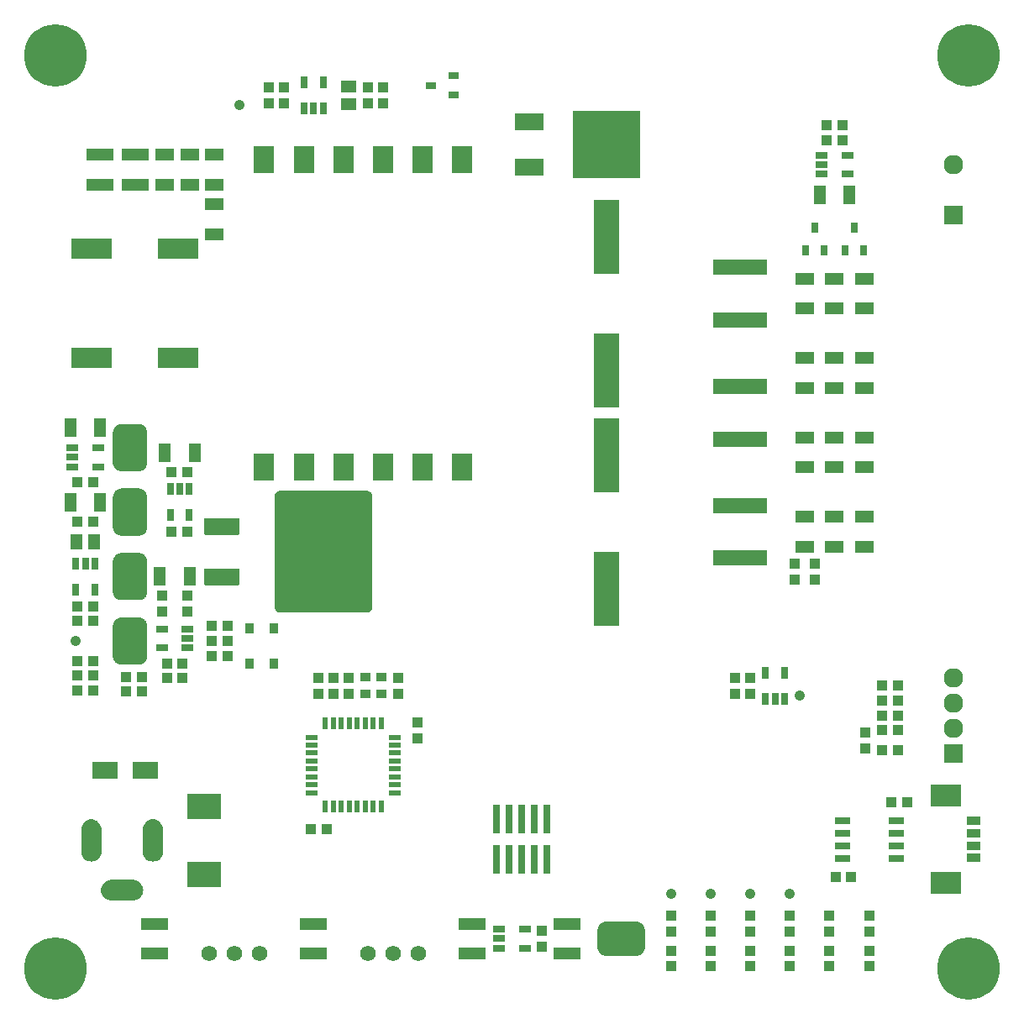
<source format=gts>
G04 #@! TF.GenerationSoftware,KiCad,Pcbnew,5.1.4-e60b266~84~ubuntu18.04.1*
G04 #@! TF.CreationDate,2019-09-05T01:59:36+01:00*
G04 #@! TF.ProjectId,psu,7073752e-6b69-4636-9164-5f7063625858,1*
G04 #@! TF.SameCoordinates,Original*
G04 #@! TF.FileFunction,Soldermask,Top*
G04 #@! TF.FilePolarity,Negative*
%FSLAX46Y46*%
G04 Gerber Fmt 4.6, Leading zero omitted, Abs format (unit mm)*
G04 Created by KiCad (PCBNEW 5.1.4-e60b266~84~ubuntu18.04.1) date 2019-09-05 01:59:36*
%MOMM*%
%LPD*%
G04 APERTURE LIST*
%ADD10R,0.660000X1.160000*%
%ADD11R,1.360000X0.860000*%
%ADD12R,3.060000X2.160000*%
%ADD13R,1.610000X0.660000*%
%ADD14R,1.010000X1.060000*%
%ADD15R,2.760000X1.210000*%
%ADD16R,1.060000X1.010000*%
%ADD17C,0.100000*%
%ADD18C,3.460000*%
%ADD19C,1.960000*%
%ADD20R,1.960000X1.960000*%
%ADD21R,1.860000X1.210000*%
%ADD22R,1.210000X1.860000*%
%ADD23R,1.060000X0.860000*%
%ADD24C,0.660000*%
%ADD25C,6.300000*%
%ADD26C,1.060000*%
%ADD27R,2.060000X2.810000*%
%ADD28R,1.060000X0.660000*%
%ADD29C,1.660000*%
%ADD30C,9.810000*%
%ADD31R,0.800000X2.850000*%
%ADD32C,2.060000*%
%ADD33R,1.160000X0.660000*%
%ADD34C,1.560000*%
%ADD35R,1.260000X0.560000*%
%ADD36R,0.560000X1.260000*%
%ADD37R,0.660000X1.060000*%
%ADD38R,6.760000X6.760000*%
%ADD39R,2.860000X1.660000*%
%ADD40R,0.860000X1.060000*%
%ADD41R,3.360000X2.560000*%
%ADD42R,2.560000X1.760000*%
%ADD43R,1.510000X1.210000*%
%ADD44R,5.460000X1.610000*%
%ADD45R,2.560000X7.560000*%
%ADD46R,4.160000X2.060000*%
%ADD47R,1.210000X1.510000*%
G04 APERTURE END LIST*
D10*
X107950000Y-107800000D03*
X106050000Y-107800000D03*
X106050000Y-105200000D03*
X107000000Y-105200000D03*
X107950000Y-105200000D03*
D11*
X196500000Y-134875000D03*
X196500000Y-133625000D03*
X196500000Y-132375000D03*
X196500000Y-131125000D03*
D12*
X193750000Y-137425000D03*
X193750000Y-128575000D03*
D13*
X188700000Y-131095000D03*
X188700000Y-132365000D03*
X188700000Y-133635000D03*
X188700000Y-134905000D03*
X183300000Y-134905000D03*
X183300000Y-133635000D03*
X183300000Y-132365000D03*
X183300000Y-131095000D03*
D14*
X188200000Y-129250000D03*
X189800000Y-129250000D03*
X182600000Y-136750000D03*
X184200000Y-136750000D03*
D15*
X146000000Y-144500000D03*
X146000000Y-141500000D03*
D10*
X175550000Y-116200000D03*
X177450000Y-116200000D03*
X177450000Y-118800000D03*
X176500000Y-118800000D03*
X175550000Y-118800000D03*
D16*
X174000000Y-118300000D03*
X174000000Y-116700000D03*
X172500000Y-118300000D03*
X172500000Y-116700000D03*
D17*
G36*
X112449785Y-91124165D02*
G01*
X112533753Y-91136621D01*
X112616096Y-91157247D01*
X112696021Y-91185844D01*
X112772758Y-91222138D01*
X112845568Y-91265779D01*
X112913750Y-91316346D01*
X112976647Y-91373353D01*
X113033654Y-91436250D01*
X113084221Y-91504432D01*
X113127862Y-91577242D01*
X113164156Y-91653979D01*
X113192753Y-91733904D01*
X113213379Y-91816247D01*
X113225835Y-91900215D01*
X113230000Y-91985000D01*
X113230000Y-95015000D01*
X113225835Y-95099785D01*
X113213379Y-95183753D01*
X113192753Y-95266096D01*
X113164156Y-95346021D01*
X113127862Y-95422758D01*
X113084221Y-95495568D01*
X113033654Y-95563750D01*
X112976647Y-95626647D01*
X112913750Y-95683654D01*
X112845568Y-95734221D01*
X112772758Y-95777862D01*
X112696021Y-95814156D01*
X112616096Y-95842753D01*
X112533753Y-95863379D01*
X112449785Y-95875835D01*
X112365000Y-95880000D01*
X110635000Y-95880000D01*
X110550215Y-95875835D01*
X110466247Y-95863379D01*
X110383904Y-95842753D01*
X110303979Y-95814156D01*
X110227242Y-95777862D01*
X110154432Y-95734221D01*
X110086250Y-95683654D01*
X110023353Y-95626647D01*
X109966346Y-95563750D01*
X109915779Y-95495568D01*
X109872138Y-95422758D01*
X109835844Y-95346021D01*
X109807247Y-95266096D01*
X109786621Y-95183753D01*
X109774165Y-95099785D01*
X109770000Y-95015000D01*
X109770000Y-91985000D01*
X109774165Y-91900215D01*
X109786621Y-91816247D01*
X109807247Y-91733904D01*
X109835844Y-91653979D01*
X109872138Y-91577242D01*
X109915779Y-91504432D01*
X109966346Y-91436250D01*
X110023353Y-91373353D01*
X110086250Y-91316346D01*
X110154432Y-91265779D01*
X110227242Y-91222138D01*
X110303979Y-91185844D01*
X110383904Y-91157247D01*
X110466247Y-91136621D01*
X110550215Y-91124165D01*
X110635000Y-91120000D01*
X112365000Y-91120000D01*
X112449785Y-91124165D01*
X112449785Y-91124165D01*
G37*
D18*
X111500000Y-93500000D03*
D17*
G36*
X112449785Y-104124165D02*
G01*
X112533753Y-104136621D01*
X112616096Y-104157247D01*
X112696021Y-104185844D01*
X112772758Y-104222138D01*
X112845568Y-104265779D01*
X112913750Y-104316346D01*
X112976647Y-104373353D01*
X113033654Y-104436250D01*
X113084221Y-104504432D01*
X113127862Y-104577242D01*
X113164156Y-104653979D01*
X113192753Y-104733904D01*
X113213379Y-104816247D01*
X113225835Y-104900215D01*
X113230000Y-104985000D01*
X113230000Y-108015000D01*
X113225835Y-108099785D01*
X113213379Y-108183753D01*
X113192753Y-108266096D01*
X113164156Y-108346021D01*
X113127862Y-108422758D01*
X113084221Y-108495568D01*
X113033654Y-108563750D01*
X112976647Y-108626647D01*
X112913750Y-108683654D01*
X112845568Y-108734221D01*
X112772758Y-108777862D01*
X112696021Y-108814156D01*
X112616096Y-108842753D01*
X112533753Y-108863379D01*
X112449785Y-108875835D01*
X112365000Y-108880000D01*
X110635000Y-108880000D01*
X110550215Y-108875835D01*
X110466247Y-108863379D01*
X110383904Y-108842753D01*
X110303979Y-108814156D01*
X110227242Y-108777862D01*
X110154432Y-108734221D01*
X110086250Y-108683654D01*
X110023353Y-108626647D01*
X109966346Y-108563750D01*
X109915779Y-108495568D01*
X109872138Y-108422758D01*
X109835844Y-108346021D01*
X109807247Y-108266096D01*
X109786621Y-108183753D01*
X109774165Y-108099785D01*
X109770000Y-108015000D01*
X109770000Y-104985000D01*
X109774165Y-104900215D01*
X109786621Y-104816247D01*
X109807247Y-104733904D01*
X109835844Y-104653979D01*
X109872138Y-104577242D01*
X109915779Y-104504432D01*
X109966346Y-104436250D01*
X110023353Y-104373353D01*
X110086250Y-104316346D01*
X110154432Y-104265779D01*
X110227242Y-104222138D01*
X110303979Y-104185844D01*
X110383904Y-104157247D01*
X110466247Y-104136621D01*
X110550215Y-104124165D01*
X110635000Y-104120000D01*
X112365000Y-104120000D01*
X112449785Y-104124165D01*
X112449785Y-104124165D01*
G37*
D18*
X111500000Y-106500000D03*
D17*
G36*
X112449785Y-110624165D02*
G01*
X112533753Y-110636621D01*
X112616096Y-110657247D01*
X112696021Y-110685844D01*
X112772758Y-110722138D01*
X112845568Y-110765779D01*
X112913750Y-110816346D01*
X112976647Y-110873353D01*
X113033654Y-110936250D01*
X113084221Y-111004432D01*
X113127862Y-111077242D01*
X113164156Y-111153979D01*
X113192753Y-111233904D01*
X113213379Y-111316247D01*
X113225835Y-111400215D01*
X113230000Y-111485000D01*
X113230000Y-114515000D01*
X113225835Y-114599785D01*
X113213379Y-114683753D01*
X113192753Y-114766096D01*
X113164156Y-114846021D01*
X113127862Y-114922758D01*
X113084221Y-114995568D01*
X113033654Y-115063750D01*
X112976647Y-115126647D01*
X112913750Y-115183654D01*
X112845568Y-115234221D01*
X112772758Y-115277862D01*
X112696021Y-115314156D01*
X112616096Y-115342753D01*
X112533753Y-115363379D01*
X112449785Y-115375835D01*
X112365000Y-115380000D01*
X110635000Y-115380000D01*
X110550215Y-115375835D01*
X110466247Y-115363379D01*
X110383904Y-115342753D01*
X110303979Y-115314156D01*
X110227242Y-115277862D01*
X110154432Y-115234221D01*
X110086250Y-115183654D01*
X110023353Y-115126647D01*
X109966346Y-115063750D01*
X109915779Y-114995568D01*
X109872138Y-114922758D01*
X109835844Y-114846021D01*
X109807247Y-114766096D01*
X109786621Y-114683753D01*
X109774165Y-114599785D01*
X109770000Y-114515000D01*
X109770000Y-111485000D01*
X109774165Y-111400215D01*
X109786621Y-111316247D01*
X109807247Y-111233904D01*
X109835844Y-111153979D01*
X109872138Y-111077242D01*
X109915779Y-111004432D01*
X109966346Y-110936250D01*
X110023353Y-110873353D01*
X110086250Y-110816346D01*
X110154432Y-110765779D01*
X110227242Y-110722138D01*
X110303979Y-110685844D01*
X110383904Y-110657247D01*
X110466247Y-110636621D01*
X110550215Y-110624165D01*
X110635000Y-110620000D01*
X112365000Y-110620000D01*
X112449785Y-110624165D01*
X112449785Y-110624165D01*
G37*
D18*
X111500000Y-113000000D03*
D17*
G36*
X112449785Y-97624165D02*
G01*
X112533753Y-97636621D01*
X112616096Y-97657247D01*
X112696021Y-97685844D01*
X112772758Y-97722138D01*
X112845568Y-97765779D01*
X112913750Y-97816346D01*
X112976647Y-97873353D01*
X113033654Y-97936250D01*
X113084221Y-98004432D01*
X113127862Y-98077242D01*
X113164156Y-98153979D01*
X113192753Y-98233904D01*
X113213379Y-98316247D01*
X113225835Y-98400215D01*
X113230000Y-98485000D01*
X113230000Y-101515000D01*
X113225835Y-101599785D01*
X113213379Y-101683753D01*
X113192753Y-101766096D01*
X113164156Y-101846021D01*
X113127862Y-101922758D01*
X113084221Y-101995568D01*
X113033654Y-102063750D01*
X112976647Y-102126647D01*
X112913750Y-102183654D01*
X112845568Y-102234221D01*
X112772758Y-102277862D01*
X112696021Y-102314156D01*
X112616096Y-102342753D01*
X112533753Y-102363379D01*
X112449785Y-102375835D01*
X112365000Y-102380000D01*
X110635000Y-102380000D01*
X110550215Y-102375835D01*
X110466247Y-102363379D01*
X110383904Y-102342753D01*
X110303979Y-102314156D01*
X110227242Y-102277862D01*
X110154432Y-102234221D01*
X110086250Y-102183654D01*
X110023353Y-102126647D01*
X109966346Y-102063750D01*
X109915779Y-101995568D01*
X109872138Y-101922758D01*
X109835844Y-101846021D01*
X109807247Y-101766096D01*
X109786621Y-101683753D01*
X109774165Y-101599785D01*
X109770000Y-101515000D01*
X109770000Y-98485000D01*
X109774165Y-98400215D01*
X109786621Y-98316247D01*
X109807247Y-98233904D01*
X109835844Y-98153979D01*
X109872138Y-98077242D01*
X109915779Y-98004432D01*
X109966346Y-97936250D01*
X110023353Y-97873353D01*
X110086250Y-97816346D01*
X110154432Y-97765779D01*
X110227242Y-97722138D01*
X110303979Y-97685844D01*
X110383904Y-97657247D01*
X110466247Y-97636621D01*
X110550215Y-97624165D01*
X110635000Y-97620000D01*
X112365000Y-97620000D01*
X112449785Y-97624165D01*
X112449785Y-97624165D01*
G37*
D18*
X111500000Y-100000000D03*
D17*
G36*
X162599785Y-141274165D02*
G01*
X162683753Y-141286621D01*
X162766096Y-141307247D01*
X162846021Y-141335844D01*
X162922758Y-141372138D01*
X162995568Y-141415779D01*
X163063750Y-141466346D01*
X163126647Y-141523353D01*
X163183654Y-141586250D01*
X163234221Y-141654432D01*
X163277862Y-141727242D01*
X163314156Y-141803979D01*
X163342753Y-141883904D01*
X163363379Y-141966247D01*
X163375835Y-142050215D01*
X163380000Y-142135000D01*
X163380000Y-143865000D01*
X163375835Y-143949785D01*
X163363379Y-144033753D01*
X163342753Y-144116096D01*
X163314156Y-144196021D01*
X163277862Y-144272758D01*
X163234221Y-144345568D01*
X163183654Y-144413750D01*
X163126647Y-144476647D01*
X163063750Y-144533654D01*
X162995568Y-144584221D01*
X162922758Y-144627862D01*
X162846021Y-144664156D01*
X162766096Y-144692753D01*
X162683753Y-144713379D01*
X162599785Y-144725835D01*
X162515000Y-144730000D01*
X159485000Y-144730000D01*
X159400215Y-144725835D01*
X159316247Y-144713379D01*
X159233904Y-144692753D01*
X159153979Y-144664156D01*
X159077242Y-144627862D01*
X159004432Y-144584221D01*
X158936250Y-144533654D01*
X158873353Y-144476647D01*
X158816346Y-144413750D01*
X158765779Y-144345568D01*
X158722138Y-144272758D01*
X158685844Y-144196021D01*
X158657247Y-144116096D01*
X158636621Y-144033753D01*
X158624165Y-143949785D01*
X158620000Y-143865000D01*
X158620000Y-142135000D01*
X158624165Y-142050215D01*
X158636621Y-141966247D01*
X158657247Y-141883904D01*
X158685844Y-141803979D01*
X158722138Y-141727242D01*
X158765779Y-141654432D01*
X158816346Y-141586250D01*
X158873353Y-141523353D01*
X158936250Y-141466346D01*
X159004432Y-141415779D01*
X159077242Y-141372138D01*
X159153979Y-141335844D01*
X159233904Y-141307247D01*
X159316247Y-141286621D01*
X159400215Y-141274165D01*
X159485000Y-141270000D01*
X162515000Y-141270000D01*
X162599785Y-141274165D01*
X162599785Y-141274165D01*
G37*
D18*
X161000000Y-143000000D03*
D19*
X194500000Y-64960000D03*
D20*
X194500000Y-70040000D03*
D21*
X185500000Y-103500000D03*
X185500000Y-100500000D03*
X185500000Y-95500000D03*
X185500000Y-92500000D03*
X185500000Y-87500000D03*
X185500000Y-84500000D03*
X185500000Y-79500000D03*
X185500000Y-76500000D03*
X179500000Y-103500000D03*
X179500000Y-100500000D03*
X179500000Y-95500000D03*
X179500000Y-92500000D03*
X179500000Y-87500000D03*
X179500000Y-84500000D03*
X179500000Y-79500000D03*
X179500000Y-76500000D03*
D22*
X105500000Y-99000000D03*
X108500000Y-99000000D03*
D23*
X136800000Y-116650000D03*
X136800000Y-118350000D03*
X135200000Y-118350000D03*
X135200000Y-116650000D03*
D24*
X197800000Y-55800000D03*
X194200000Y-55800000D03*
X197800000Y-52200000D03*
X194200000Y-52200000D03*
X193500000Y-54000000D03*
X196000000Y-56500000D03*
X198500000Y-54000000D03*
X196000000Y-51500000D03*
D25*
X196000000Y-54000000D03*
D24*
X105800000Y-55800000D03*
X102200000Y-55800000D03*
X105800000Y-52200000D03*
X102200000Y-52200000D03*
X101500000Y-54000000D03*
X104000000Y-56500000D03*
X106500000Y-54000000D03*
X104000000Y-51500000D03*
D25*
X104000000Y-54000000D03*
D24*
X197800000Y-147800000D03*
X194200000Y-147800000D03*
X197800000Y-144200000D03*
X194200000Y-144200000D03*
X193500000Y-146000000D03*
X196000000Y-148500000D03*
X198500000Y-146000000D03*
X196000000Y-143500000D03*
D25*
X196000000Y-146000000D03*
D24*
X105800000Y-147800000D03*
X102200000Y-147800000D03*
X105800000Y-144200000D03*
X102200000Y-144200000D03*
X101500000Y-146000000D03*
X104000000Y-148500000D03*
X106500000Y-146000000D03*
X104000000Y-143500000D03*
D25*
X104000000Y-146000000D03*
D26*
X122500000Y-59000000D03*
X179000000Y-118500000D03*
X106000000Y-113000000D03*
X178000000Y-138500000D03*
X174000000Y-138500000D03*
X170000000Y-138500000D03*
X166000000Y-138500000D03*
D27*
X125000000Y-64525000D03*
X129000000Y-64525000D03*
X133000000Y-64525000D03*
X137000000Y-64525000D03*
X141000000Y-64525000D03*
X145000000Y-64525000D03*
X145000000Y-95475000D03*
X141000000Y-95475000D03*
X137000000Y-95475000D03*
X133000000Y-95475000D03*
X129000000Y-95475000D03*
X125000000Y-95475000D03*
D22*
X181000000Y-68000000D03*
X184000000Y-68000000D03*
D16*
X135500000Y-58800000D03*
X135500000Y-57200000D03*
X137000000Y-58800000D03*
X137000000Y-57200000D03*
D21*
X182500000Y-103500000D03*
X182500000Y-100500000D03*
X182500000Y-95500000D03*
X182500000Y-92500000D03*
X182500000Y-87500000D03*
X182500000Y-84500000D03*
X182500000Y-79500000D03*
X182500000Y-76500000D03*
D16*
X180500000Y-106800000D03*
X180500000Y-105200000D03*
D14*
X115200000Y-116750000D03*
X116800000Y-116750000D03*
X115200000Y-115250000D03*
X116800000Y-115250000D03*
D16*
X114750000Y-108450000D03*
X114750000Y-110050000D03*
X117250000Y-108450000D03*
X117250000Y-110050000D03*
D14*
X119700000Y-114500000D03*
X121300000Y-114500000D03*
X121300000Y-113000000D03*
X119700000Y-113000000D03*
X119700000Y-111500000D03*
X121300000Y-111500000D03*
D22*
X114500000Y-106500000D03*
X117500000Y-106500000D03*
D21*
X120000000Y-72000000D03*
X120000000Y-69000000D03*
D14*
X115700000Y-102000000D03*
X117300000Y-102000000D03*
X107800000Y-101000000D03*
X106200000Y-101000000D03*
D22*
X108500000Y-91500000D03*
X105500000Y-91500000D03*
D14*
X187300000Y-122000000D03*
X188900000Y-122000000D03*
X187300000Y-119000000D03*
X188900000Y-119000000D03*
D16*
X185600000Y-123800000D03*
X185600000Y-122200000D03*
X178000000Y-142300000D03*
X178000000Y-140700000D03*
X182000000Y-142300000D03*
X182000000Y-140700000D03*
X186000000Y-142300000D03*
X186000000Y-140700000D03*
X174000000Y-142300000D03*
X174000000Y-140700000D03*
X170000000Y-142300000D03*
X170000000Y-140700000D03*
D14*
X106200000Y-116500000D03*
X107800000Y-116500000D03*
X107800000Y-115000000D03*
X106200000Y-115000000D03*
D16*
X166000000Y-142300000D03*
X166000000Y-140700000D03*
D28*
X141850000Y-57000000D03*
X144150000Y-56050000D03*
X144150000Y-57950000D03*
D17*
G36*
X122412168Y-105710496D02*
G01*
X122422159Y-105711978D01*
X122431956Y-105714432D01*
X122441466Y-105717834D01*
X122450596Y-105722153D01*
X122459259Y-105727345D01*
X122467372Y-105733362D01*
X122474855Y-105740145D01*
X122481638Y-105747628D01*
X122487655Y-105755741D01*
X122492847Y-105764404D01*
X122497166Y-105773534D01*
X122500568Y-105783044D01*
X122503022Y-105792841D01*
X122504504Y-105802832D01*
X122505000Y-105812920D01*
X122505000Y-107267080D01*
X122504504Y-107277168D01*
X122503022Y-107287159D01*
X122500568Y-107296956D01*
X122497166Y-107306466D01*
X122492847Y-107315596D01*
X122487655Y-107324259D01*
X122481638Y-107332372D01*
X122474855Y-107339855D01*
X122467372Y-107346638D01*
X122459259Y-107352655D01*
X122450596Y-107357847D01*
X122441466Y-107362166D01*
X122431956Y-107365568D01*
X122422159Y-107368022D01*
X122412168Y-107369504D01*
X122402080Y-107370000D01*
X119047920Y-107370000D01*
X119037832Y-107369504D01*
X119027841Y-107368022D01*
X119018044Y-107365568D01*
X119008534Y-107362166D01*
X118999404Y-107357847D01*
X118990741Y-107352655D01*
X118982628Y-107346638D01*
X118975145Y-107339855D01*
X118968362Y-107332372D01*
X118962345Y-107324259D01*
X118957153Y-107315596D01*
X118952834Y-107306466D01*
X118949432Y-107296956D01*
X118946978Y-107287159D01*
X118945496Y-107277168D01*
X118945000Y-107267080D01*
X118945000Y-105812920D01*
X118945496Y-105802832D01*
X118946978Y-105792841D01*
X118949432Y-105783044D01*
X118952834Y-105773534D01*
X118957153Y-105764404D01*
X118962345Y-105755741D01*
X118968362Y-105747628D01*
X118975145Y-105740145D01*
X118982628Y-105733362D01*
X118990741Y-105727345D01*
X118999404Y-105722153D01*
X119008534Y-105717834D01*
X119018044Y-105714432D01*
X119027841Y-105711978D01*
X119037832Y-105710496D01*
X119047920Y-105710000D01*
X122402080Y-105710000D01*
X122412168Y-105710496D01*
X122412168Y-105710496D01*
G37*
D29*
X120725000Y-106540000D03*
D17*
G36*
X122412168Y-100630496D02*
G01*
X122422159Y-100631978D01*
X122431956Y-100634432D01*
X122441466Y-100637834D01*
X122450596Y-100642153D01*
X122459259Y-100647345D01*
X122467372Y-100653362D01*
X122474855Y-100660145D01*
X122481638Y-100667628D01*
X122487655Y-100675741D01*
X122492847Y-100684404D01*
X122497166Y-100693534D01*
X122500568Y-100703044D01*
X122503022Y-100712841D01*
X122504504Y-100722832D01*
X122505000Y-100732920D01*
X122505000Y-102187080D01*
X122504504Y-102197168D01*
X122503022Y-102207159D01*
X122500568Y-102216956D01*
X122497166Y-102226466D01*
X122492847Y-102235596D01*
X122487655Y-102244259D01*
X122481638Y-102252372D01*
X122474855Y-102259855D01*
X122467372Y-102266638D01*
X122459259Y-102272655D01*
X122450596Y-102277847D01*
X122441466Y-102282166D01*
X122431956Y-102285568D01*
X122422159Y-102288022D01*
X122412168Y-102289504D01*
X122402080Y-102290000D01*
X119047920Y-102290000D01*
X119037832Y-102289504D01*
X119027841Y-102288022D01*
X119018044Y-102285568D01*
X119008534Y-102282166D01*
X118999404Y-102277847D01*
X118990741Y-102272655D01*
X118982628Y-102266638D01*
X118975145Y-102259855D01*
X118968362Y-102252372D01*
X118962345Y-102244259D01*
X118957153Y-102235596D01*
X118952834Y-102226466D01*
X118949432Y-102216956D01*
X118946978Y-102207159D01*
X118945496Y-102197168D01*
X118945000Y-102187080D01*
X118945000Y-100732920D01*
X118945496Y-100722832D01*
X118946978Y-100712841D01*
X118949432Y-100703044D01*
X118952834Y-100693534D01*
X118957153Y-100684404D01*
X118962345Y-100675741D01*
X118968362Y-100667628D01*
X118975145Y-100660145D01*
X118982628Y-100653362D01*
X118990741Y-100647345D01*
X118999404Y-100642153D01*
X119008534Y-100637834D01*
X119018044Y-100634432D01*
X119027841Y-100631978D01*
X119037832Y-100630496D01*
X119047920Y-100630000D01*
X122402080Y-100630000D01*
X122412168Y-100630496D01*
X122412168Y-100630496D01*
G37*
D29*
X120725000Y-101460000D03*
D17*
G36*
X135453730Y-97872409D02*
G01*
X135502296Y-97879613D01*
X135549923Y-97891543D01*
X135596151Y-97908084D01*
X135640535Y-97929076D01*
X135682648Y-97954317D01*
X135722084Y-97983565D01*
X135758463Y-98016537D01*
X135791435Y-98052916D01*
X135820683Y-98092352D01*
X135845924Y-98134465D01*
X135866916Y-98178849D01*
X135883457Y-98225077D01*
X135895387Y-98272704D01*
X135902591Y-98321270D01*
X135905000Y-98370309D01*
X135905000Y-109629691D01*
X135902591Y-109678730D01*
X135895387Y-109727296D01*
X135883457Y-109774923D01*
X135866916Y-109821151D01*
X135845924Y-109865535D01*
X135820683Y-109907648D01*
X135791435Y-109947084D01*
X135758463Y-109983463D01*
X135722084Y-110016435D01*
X135682648Y-110045683D01*
X135640535Y-110070924D01*
X135596151Y-110091916D01*
X135549923Y-110108457D01*
X135502296Y-110120387D01*
X135453730Y-110127591D01*
X135404691Y-110130000D01*
X126595309Y-110130000D01*
X126546270Y-110127591D01*
X126497704Y-110120387D01*
X126450077Y-110108457D01*
X126403849Y-110091916D01*
X126359465Y-110070924D01*
X126317352Y-110045683D01*
X126277916Y-110016435D01*
X126241537Y-109983463D01*
X126208565Y-109947084D01*
X126179317Y-109907648D01*
X126154076Y-109865535D01*
X126133084Y-109821151D01*
X126116543Y-109774923D01*
X126104613Y-109727296D01*
X126097409Y-109678730D01*
X126095000Y-109629691D01*
X126095000Y-98370309D01*
X126097409Y-98321270D01*
X126104613Y-98272704D01*
X126116543Y-98225077D01*
X126133084Y-98178849D01*
X126154076Y-98134465D01*
X126179317Y-98092352D01*
X126208565Y-98052916D01*
X126241537Y-98016537D01*
X126277916Y-97983565D01*
X126317352Y-97954317D01*
X126359465Y-97929076D01*
X126403849Y-97908084D01*
X126450077Y-97891543D01*
X126497704Y-97879613D01*
X126546270Y-97872409D01*
X126595309Y-97870000D01*
X135404691Y-97870000D01*
X135453730Y-97872409D01*
X135453730Y-97872409D01*
G37*
D30*
X131000000Y-104000000D03*
D31*
X153540000Y-130965000D03*
X153540000Y-135035000D03*
X152270000Y-130965000D03*
X152270000Y-135035000D03*
X151000000Y-130965000D03*
X151000000Y-135035000D03*
X149730000Y-130965000D03*
X149730000Y-135035000D03*
X148460000Y-130965000D03*
X148460000Y-135035000D03*
D16*
X133500000Y-116700000D03*
X133500000Y-118300000D03*
D19*
X194500000Y-116690000D03*
X194500000Y-119230000D03*
X194500000Y-121770000D03*
D20*
X194500000Y-124310000D03*
D17*
G36*
X107700959Y-130974960D02*
G01*
X107800944Y-130989791D01*
X107898994Y-131014351D01*
X107994165Y-131048404D01*
X108085540Y-131091621D01*
X108172238Y-131143586D01*
X108253426Y-131203799D01*
X108328321Y-131271680D01*
X108396202Y-131346575D01*
X108456415Y-131427763D01*
X108508380Y-131514461D01*
X108551597Y-131605836D01*
X108585650Y-131701007D01*
X108610210Y-131799057D01*
X108625041Y-131899042D01*
X108630001Y-132000000D01*
X108630001Y-134200000D01*
X108625041Y-134300958D01*
X108610210Y-134400943D01*
X108585650Y-134498993D01*
X108551597Y-134594164D01*
X108508380Y-134685539D01*
X108456415Y-134772237D01*
X108396202Y-134853425D01*
X108328321Y-134928320D01*
X108253426Y-134996201D01*
X108172238Y-135056414D01*
X108085540Y-135108379D01*
X107994165Y-135151596D01*
X107898994Y-135185649D01*
X107800944Y-135210209D01*
X107700959Y-135225040D01*
X107600001Y-135230000D01*
X107599999Y-135230000D01*
X107499041Y-135225040D01*
X107399056Y-135210209D01*
X107301006Y-135185649D01*
X107205835Y-135151596D01*
X107114460Y-135108379D01*
X107027762Y-135056414D01*
X106946574Y-134996201D01*
X106871679Y-134928320D01*
X106803798Y-134853425D01*
X106743585Y-134772237D01*
X106691620Y-134685539D01*
X106648403Y-134594164D01*
X106614350Y-134498993D01*
X106589790Y-134400943D01*
X106574959Y-134300958D01*
X106569999Y-134200000D01*
X106569999Y-132000000D01*
X106574959Y-131899042D01*
X106589790Y-131799057D01*
X106614350Y-131701007D01*
X106648403Y-131605836D01*
X106691620Y-131514461D01*
X106743585Y-131427763D01*
X106803798Y-131346575D01*
X106871679Y-131271680D01*
X106946574Y-131203799D01*
X107027762Y-131143586D01*
X107114460Y-131091621D01*
X107205835Y-131048404D01*
X107301006Y-131014351D01*
X107399056Y-130989791D01*
X107499041Y-130974960D01*
X107599999Y-130970000D01*
X107600001Y-130970000D01*
X107700959Y-130974960D01*
X107700959Y-130974960D01*
G37*
D32*
X107600000Y-133100000D03*
D17*
G36*
X111900958Y-137074959D02*
G01*
X112000943Y-137089790D01*
X112098993Y-137114350D01*
X112194164Y-137148403D01*
X112285539Y-137191620D01*
X112372237Y-137243585D01*
X112453425Y-137303798D01*
X112528320Y-137371679D01*
X112596201Y-137446574D01*
X112656414Y-137527762D01*
X112708379Y-137614460D01*
X112751596Y-137705835D01*
X112785649Y-137801006D01*
X112810209Y-137899056D01*
X112825040Y-137999041D01*
X112830000Y-138099999D01*
X112830000Y-138100001D01*
X112825040Y-138200959D01*
X112810209Y-138300944D01*
X112785649Y-138398994D01*
X112751596Y-138494165D01*
X112708379Y-138585540D01*
X112656414Y-138672238D01*
X112596201Y-138753426D01*
X112528320Y-138828321D01*
X112453425Y-138896202D01*
X112372237Y-138956415D01*
X112285539Y-139008380D01*
X112194164Y-139051597D01*
X112098993Y-139085650D01*
X112000943Y-139110210D01*
X111900958Y-139125041D01*
X111800000Y-139130001D01*
X109600000Y-139130001D01*
X109499042Y-139125041D01*
X109399057Y-139110210D01*
X109301007Y-139085650D01*
X109205836Y-139051597D01*
X109114461Y-139008380D01*
X109027763Y-138956415D01*
X108946575Y-138896202D01*
X108871680Y-138828321D01*
X108803799Y-138753426D01*
X108743586Y-138672238D01*
X108691621Y-138585540D01*
X108648404Y-138494165D01*
X108614351Y-138398994D01*
X108589791Y-138300944D01*
X108574960Y-138200959D01*
X108570000Y-138100001D01*
X108570000Y-138099999D01*
X108574960Y-137999041D01*
X108589791Y-137899056D01*
X108614351Y-137801006D01*
X108648404Y-137705835D01*
X108691621Y-137614460D01*
X108743586Y-137527762D01*
X108803799Y-137446574D01*
X108871680Y-137371679D01*
X108946575Y-137303798D01*
X109027763Y-137243585D01*
X109114461Y-137191620D01*
X109205836Y-137148403D01*
X109301007Y-137114350D01*
X109399057Y-137089790D01*
X109499042Y-137074959D01*
X109600000Y-137069999D01*
X111800000Y-137069999D01*
X111900958Y-137074959D01*
X111900958Y-137074959D01*
G37*
D32*
X110700000Y-138100000D03*
D17*
G36*
X113900959Y-130974960D02*
G01*
X114000944Y-130989791D01*
X114098994Y-131014351D01*
X114194165Y-131048404D01*
X114285540Y-131091621D01*
X114372238Y-131143586D01*
X114453426Y-131203799D01*
X114528321Y-131271680D01*
X114596202Y-131346575D01*
X114656415Y-131427763D01*
X114708380Y-131514461D01*
X114751597Y-131605836D01*
X114785650Y-131701007D01*
X114810210Y-131799057D01*
X114825041Y-131899042D01*
X114830001Y-132000000D01*
X114830001Y-134200000D01*
X114825041Y-134300958D01*
X114810210Y-134400943D01*
X114785650Y-134498993D01*
X114751597Y-134594164D01*
X114708380Y-134685539D01*
X114656415Y-134772237D01*
X114596202Y-134853425D01*
X114528321Y-134928320D01*
X114453426Y-134996201D01*
X114372238Y-135056414D01*
X114285540Y-135108379D01*
X114194165Y-135151596D01*
X114098994Y-135185649D01*
X114000944Y-135210209D01*
X113900959Y-135225040D01*
X113800001Y-135230000D01*
X113799999Y-135230000D01*
X113699041Y-135225040D01*
X113599056Y-135210209D01*
X113501006Y-135185649D01*
X113405835Y-135151596D01*
X113314460Y-135108379D01*
X113227762Y-135056414D01*
X113146574Y-134996201D01*
X113071679Y-134928320D01*
X113003798Y-134853425D01*
X112943585Y-134772237D01*
X112891620Y-134685539D01*
X112848403Y-134594164D01*
X112814350Y-134498993D01*
X112789790Y-134400943D01*
X112774959Y-134300958D01*
X112769999Y-134200000D01*
X112769999Y-132000000D01*
X112774959Y-131899042D01*
X112789790Y-131799057D01*
X112814350Y-131701007D01*
X112848403Y-131605836D01*
X112891620Y-131514461D01*
X112943585Y-131427763D01*
X113003798Y-131346575D01*
X113071679Y-131271680D01*
X113146574Y-131203799D01*
X113227762Y-131143586D01*
X113314460Y-131091621D01*
X113405835Y-131048404D01*
X113501006Y-131014351D01*
X113599056Y-130989791D01*
X113699041Y-130974960D01*
X113799999Y-130970000D01*
X113800001Y-130970000D01*
X113900959Y-130974960D01*
X113900959Y-130974960D01*
G37*
D32*
X113800000Y-133100000D03*
D10*
X129050000Y-56700000D03*
X130950000Y-56700000D03*
X130950000Y-59300000D03*
X130000000Y-59300000D03*
X129050000Y-59300000D03*
D33*
X183800000Y-64050000D03*
X183800000Y-65950000D03*
X181200000Y-65950000D03*
X181200000Y-65000000D03*
X181200000Y-64050000D03*
X114700000Y-113700000D03*
X114700000Y-111800000D03*
X117300000Y-111800000D03*
X117300000Y-112750000D03*
X117300000Y-113700000D03*
D10*
X117450000Y-100300000D03*
X115550000Y-100300000D03*
X115550000Y-97700000D03*
X116500000Y-97700000D03*
X117450000Y-97700000D03*
D33*
X108300000Y-93550000D03*
X108300000Y-95450000D03*
X105700000Y-95450000D03*
X105700000Y-94500000D03*
X105700000Y-93550000D03*
X151300000Y-142050000D03*
X151300000Y-143950000D03*
X148700000Y-143950000D03*
X148700000Y-143000000D03*
X148700000Y-142050000D03*
D34*
X140540000Y-144500000D03*
X138000000Y-144500000D03*
X135460000Y-144500000D03*
D35*
X138200000Y-122700000D03*
X138200000Y-123500000D03*
X138200000Y-124300000D03*
X138200000Y-125100000D03*
X138200000Y-125900000D03*
X138200000Y-126700000D03*
X138200000Y-127500000D03*
X138200000Y-128300000D03*
D36*
X136800000Y-129700000D03*
X136000000Y-129700000D03*
X135200000Y-129700000D03*
X134400000Y-129700000D03*
X133600000Y-129700000D03*
X132800000Y-129700000D03*
X132000000Y-129700000D03*
X131200000Y-129700000D03*
D35*
X129800000Y-128300000D03*
X129800000Y-127500000D03*
X129800000Y-126700000D03*
X129800000Y-125900000D03*
X129800000Y-125100000D03*
X129800000Y-124300000D03*
X129800000Y-123500000D03*
X129800000Y-122700000D03*
D36*
X131200000Y-121300000D03*
X132000000Y-121300000D03*
X132800000Y-121300000D03*
X133600000Y-121300000D03*
X134400000Y-121300000D03*
X135200000Y-121300000D03*
X136000000Y-121300000D03*
X136800000Y-121300000D03*
D34*
X124540000Y-144500000D03*
X122000000Y-144500000D03*
X119460000Y-144500000D03*
D37*
X184500000Y-71350000D03*
X185450000Y-73650000D03*
X183550000Y-73650000D03*
X180500000Y-71350000D03*
X181450000Y-73650000D03*
X179550000Y-73650000D03*
D38*
X159500000Y-63000000D03*
D39*
X151750000Y-60714000D03*
X151750000Y-65286000D03*
D40*
X123500000Y-111700000D03*
X123500000Y-115300000D03*
X126000000Y-115300000D03*
X126000000Y-111700000D03*
D14*
X187300000Y-124000000D03*
X188900000Y-124000000D03*
X187300000Y-120500000D03*
X188900000Y-120500000D03*
X187300000Y-117500000D03*
X188900000Y-117500000D03*
D16*
X178000000Y-144200000D03*
X178000000Y-145800000D03*
X182000000Y-144200000D03*
X182000000Y-145800000D03*
X186000000Y-144200000D03*
X186000000Y-145800000D03*
X174000000Y-144200000D03*
X174000000Y-145800000D03*
X170000000Y-144200000D03*
X170000000Y-145800000D03*
X166000000Y-144200000D03*
X166000000Y-145800000D03*
D41*
X119000000Y-136550000D03*
X119000000Y-129650000D03*
D42*
X109000000Y-126000000D03*
X113000000Y-126000000D03*
D43*
X133500000Y-58900000D03*
X133500000Y-57100000D03*
D16*
X125500000Y-58800000D03*
X125500000Y-57200000D03*
X127000000Y-58800000D03*
X127000000Y-57200000D03*
D14*
X181700000Y-62500000D03*
X183300000Y-62500000D03*
X183300000Y-61000000D03*
X181700000Y-61000000D03*
D16*
X178500000Y-106800000D03*
X178500000Y-105200000D03*
D44*
X173000000Y-104650000D03*
X173000000Y-99350000D03*
X173000000Y-92650000D03*
X173000000Y-87350000D03*
X173000000Y-80650000D03*
X173000000Y-75350000D03*
D14*
X111100000Y-118100000D03*
X112700000Y-118100000D03*
D45*
X159500000Y-94250000D03*
X159500000Y-107750000D03*
X159500000Y-72250000D03*
X159500000Y-85750000D03*
D14*
X111100000Y-116600000D03*
X112700000Y-116600000D03*
D21*
X120000000Y-67000000D03*
X120000000Y-64000000D03*
D14*
X117300000Y-96000000D03*
X115700000Y-96000000D03*
D21*
X115000000Y-67000000D03*
X115000000Y-64000000D03*
D22*
X118000000Y-94000000D03*
X115000000Y-94000000D03*
D21*
X117500000Y-67000000D03*
X117500000Y-64000000D03*
D15*
X108500000Y-67000000D03*
X108500000Y-64000000D03*
X112000000Y-67000000D03*
X112000000Y-64000000D03*
D46*
X107650000Y-73500000D03*
X116350000Y-73500000D03*
X107650000Y-84500000D03*
X116350000Y-84500000D03*
D47*
X107900000Y-103000000D03*
X106100000Y-103000000D03*
D14*
X106200000Y-111000000D03*
X107800000Y-111000000D03*
X106200000Y-97000000D03*
X107800000Y-97000000D03*
X106200000Y-109500000D03*
X107800000Y-109500000D03*
D16*
X153000000Y-143800000D03*
X153000000Y-142200000D03*
D15*
X130000000Y-144500000D03*
X130000000Y-141500000D03*
D16*
X132000000Y-116700000D03*
X132000000Y-118300000D03*
X130500000Y-116700000D03*
X130500000Y-118300000D03*
D15*
X114000000Y-144500000D03*
X114000000Y-141500000D03*
D14*
X129700000Y-132000000D03*
X131300000Y-132000000D03*
D16*
X140500000Y-122800000D03*
X140500000Y-121200000D03*
X138500000Y-118300000D03*
X138500000Y-116700000D03*
D15*
X155500000Y-144500000D03*
X155500000Y-141500000D03*
D14*
X106200000Y-118000000D03*
X107800000Y-118000000D03*
M02*

</source>
